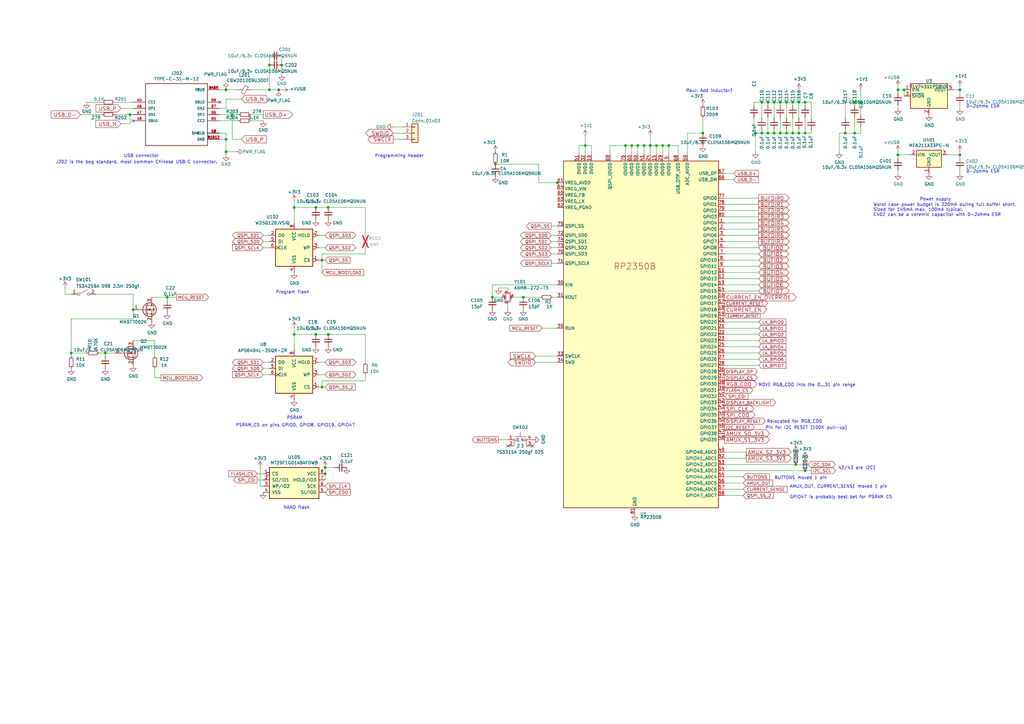
<source format=kicad_sch>
(kicad_sch (version 20231120) (generator "eeschema") (generator_version "8.0")
  (paper "A3")
  (junction (at 132.08 106.68))
  (junction (at 353.06 41.91))
  (junction (at 259.08 59.69))
  (junction (at 325.12 41.91))
  (junction (at 133.35 191.77))
  (junction (at 29.21 144.78))
  (junction (at 309.88 54.61))
  (junction (at 203.2 67.31))
  (junction (at 129.54 137.16))
  (junction (at 240.03 59.69))
  (junction (at 201.93 121.92))
  (junction (at 327.66 54.61))
  (junction (at 129.54 85.09))
  (junction (at 261.62 59.69))
  (junction (at 312.42 54.61))
  (junction (at 132.08 158.75))
  (junction (at 214.63 121.92))
  (junction (at 134.62 85.09))
  (junction (at 368.3 36.83))
  (junction (at 115.57 26.67))
  (junction (at 256.54 59.69))
  (junction (at 228.6 74.93))
  (junction (at 314.96 54.61))
  (junction (at 43.18 144.78))
  (junction (at 120.65 137.16))
  (junction (at 327.66 41.91))
  (junction (at 325.12 54.61))
  (junction (at 326.39 190.5))
  (junction (at 330.2 41.91))
  (junction (at 110.49 26.67))
  (junction (at 370.84 36.83))
  (junction (at 393.7 36.83))
  (junction (at 95.25 46.99))
  (junction (at 134.62 137.16))
  (junction (at 346.71 54.61))
  (junction (at 330.2 54.61))
  (junction (at 330.2 193.04))
  (junction (at 110.49 36.83))
  (junction (at 368.3 63.5))
  (junction (at 322.58 54.61))
  (junction (at 266.7 59.69))
  (junction (at 68.58 121.92))
  (junction (at 320.04 54.61))
  (junction (at 288.29 54.61))
  (junction (at 54.61 127))
  (junction (at 114.3 36.83))
  (junction (at 120.65 85.09))
  (junction (at 312.42 41.91))
  (junction (at 317.5 54.61))
  (junction (at 264.16 59.69))
  (junction (at 53.34 46.99))
  (junction (at 322.58 41.91))
  (junction (at 393.7 63.5))
  (junction (at 350.52 54.61))
  (junction (at 350.52 41.91))
  (junction (at 92.71 36.83))
  (junction (at 274.32 59.69))
  (junction (at 133.35 194.31))
  (junction (at 271.78 59.69))
  (junction (at 320.04 41.91))
  (junction (at 92.71 57.15))
  (junction (at 317.5 41.91))
  (junction (at 92.71 62.23))
  (junction (at 269.24 59.69))
  (junction (at 314.96 41.91))
  (no_connect (at 90.17 41.91))
  (no_connect (at 54.61 49.53))
  (no_connect (at 208.28 182.88))
  (no_connect (at 218.44 182.88))
  (wire (pts (xy 297.18 99.06) (xy 311.15 99.06)))
  (wire (pts (xy 271.78 59.69) (xy 274.32 59.69)))
  (wire (pts (xy 317.5 54.61) (xy 314.96 54.61)))
  (wire (pts (xy 29.21 146.05) (xy 29.21 144.78)))
  (wire (pts (xy 29.21 144.78) (xy 35.56 144.78)))
  (wire (pts (xy 228.6 99.06) (xy 226.06 99.06)))
  (wire (pts (xy 95.25 57.15) (xy 99.06 57.15)))
  (wire (pts (xy 40.64 144.78) (xy 43.18 144.78)))
  (wire (pts (xy 332.74 41.91) (xy 330.2 41.91)))
  (wire (pts (xy 29.21 120.65) (xy 26.67 120.65)))
  (wire (pts (xy 228.6 104.14) (xy 226.06 104.14)))
  (wire (pts (xy 281.94 54.61) (xy 281.94 63.5)))
  (wire (pts (xy 266.7 59.69) (xy 266.7 63.5)))
  (wire (pts (xy 219.71 148.59) (xy 228.6 148.59)))
  (wire (pts (xy 68.58 123.19) (xy 68.58 121.92)))
  (wire (pts (xy 161.29 57.15) (xy 165.1 57.15)))
  (wire (pts (xy 317.5 48.26) (xy 317.5 41.91)))
  (wire (pts (xy 90.17 57.15) (xy 92.71 57.15)))
  (wire (pts (xy 149.86 85.09) (xy 134.62 85.09)))
  (wire (pts (xy 309.245 54.61) (xy 309.88 54.61)))
  (wire (pts (xy 393.7 36.83) (xy 393.7 38.1)))
  (wire (pts (xy 102.87 49.53) (xy 107.95 49.53)))
  (wire (pts (xy 312.42 54.61) (xy 309.88 54.61)))
  (wire (pts (xy 92.71 62.23) (xy 92.71 63.5)))
  (wire (pts (xy 115.57 26.67) (xy 115.57 30.48)))
  (wire (pts (xy 149.86 104.14) (xy 149.86 101.6)))
  (wire (pts (xy 54.61 130.81) (xy 54.61 127)))
  (wire (pts (xy 228.6 146.05) (xy 219.71 146.05)))
  (wire (pts (xy 393.7 35.56) (xy 393.7 36.83)))
  (wire (pts (xy 54.61 41.91) (xy 46.99 41.91)))
  (wire (pts (xy 132.08 106.68) (xy 130.81 106.68)))
  (wire (pts (xy 370.84 36.83) (xy 370.84 39.37)))
  (wire (pts (xy 306.07 187.96) (xy 297.18 187.96)))
  (wire (pts (xy 297.18 119.38) (xy 311.15 119.38)))
  (wire (pts (xy 327.66 54.61) (xy 330.2 54.61)))
  (wire (pts (xy 120.65 85.09) (xy 120.65 82.55)))
  (wire (pts (xy 92.71 54.61) (xy 92.71 57.15)))
  (wire (pts (xy 110.49 151.13) (xy 107.95 151.13)))
  (wire (pts (xy 221.615 121.92) (xy 214.63 121.92)))
  (wire (pts (xy 26.67 120.65) (xy 26.67 118.11)))
  (wire (pts (xy 120.65 143.51) (xy 120.65 137.16)))
  (wire (pts (xy 309.245 41.91) (xy 309.245 43.18)))
  (wire (pts (xy 54.61 44.45) (xy 49.53 44.45)))
  (wire (pts (xy 297.18 195.58) (xy 304.8 195.58)))
  (wire (pts (xy 311.15 81.28) (xy 297.18 81.28)))
  (wire (pts (xy 368.3 43.18) (xy 368.3 44.45)))
  (wire (pts (xy 204.47 180.34) (xy 208.28 180.34)))
  (wire (pts (xy 269.24 59.69) (xy 271.78 59.69)))
  (wire (pts (xy 99.06 40.64) (xy 92.71 40.64)))
  (wire (pts (xy 393.7 63.5) (xy 393.7 64.77)))
  (wire (pts (xy 312.42 41.91) (xy 309.245 41.91)))
  (wire (pts (xy 133.35 106.68) (xy 132.08 106.68)))
  (wire (pts (xy 29.21 130.81) (xy 54.61 130.81)))
  (wire (pts (xy 133.35 194.31) (xy 133.35 196.85)))
  (wire (pts (xy 320.04 48.26) (xy 320.04 54.61)))
  (wire (pts (xy 203.2 67.31) (xy 220.98 67.31)))
  (wire (pts (xy 240.03 55.88) (xy 240.03 59.69)))
  (wire (pts (xy 297.18 88.9) (xy 311.15 88.9)))
  (wire (pts (xy 330.2 48.26) (xy 330.2 54.61)))
  (wire (pts (xy 269.24 59.69) (xy 269.24 63.5)))
  (wire (pts (xy 133.35 148.59) (xy 130.81 148.59)))
  (wire (pts (xy 368.3 62.23) (xy 368.3 63.5)))
  (wire (pts (xy 311.15 147.32) (xy 297.18 147.32)))
  (wire (pts (xy 129.54 85.09) (xy 120.65 85.09)))
  (wire (pts (xy 325.12 43.18) (xy 325.12 41.91)))
  (wire (pts (xy 110.49 99.06) (xy 107.95 99.06)))
  (wire (pts (xy 96.52 62.23) (xy 92.71 62.23)))
  (wire (pts (xy 228.6 74.93) (xy 228.6 77.47)))
  (wire (pts (xy 297.18 198.12) (xy 304.8 198.12)))
  (wire (pts (xy 41.91 41.91) (xy 35.56 41.91)))
  (wire (pts (xy 43.18 144.78) (xy 43.18 146.05)))
  (wire (pts (xy 29.21 144.78) (xy 29.21 130.81)))
  (wire (pts (xy 353.06 36.83) (xy 353.06 41.91)))
  (wire (pts (xy 110.49 153.67) (xy 107.95 153.67)))
  (wire (pts (xy 297.18 83.82) (xy 311.15 83.82)))
  (wire (pts (xy 205.74 121.92) (xy 201.93 121.92)))
  (wire (pts (xy 325.12 41.91) (xy 322.58 41.91)))
  (wire (pts (xy 288.29 48.26) (xy 288.29 54.61)))
  (wire (pts (xy 320.04 54.61) (xy 317.5 54.61)))
  (wire (pts (xy 39.37 120.65) (xy 54.61 120.65)))
  (wire (pts (xy 311.15 144.78) (xy 297.18 144.78)))
  (wire (pts (xy 327.66 41.91) (xy 327.66 36.83)))
  (wire (pts (xy 228.6 101.6) (xy 226.06 101.6)))
  (wire (pts (xy 107.95 199.39) (xy 106.68 199.39)))
  (wire (pts (xy 393.7 62.23) (xy 393.7 63.5)))
  (wire (pts (xy 300.99 71.12) (xy 297.18 71.12)))
  (wire (pts (xy 330.2 43.18) (xy 330.2 41.91)))
  (wire (pts (xy 346.71 41.91) (xy 350.52 41.91)))
  (wire (pts (xy 278.13 59.69) (xy 278.13 63.5)))
  (wire (pts (xy 161.29 54.61) (xy 165.1 54.61)))
  (wire (pts (xy 92.71 44.45) (xy 90.17 44.45)))
  (wire (pts (xy 132.08 156.21) (xy 149.86 156.21)))
  (wire (pts (xy 297.18 116.84) (xy 311.15 116.84)))
  (wire (pts (xy 92.71 40.64) (xy 92.71 44.45)))
  (wire (pts (xy 311.15 142.24) (xy 297.18 142.24)))
  (wire (pts (xy 266.7 59.69) (xy 269.24 59.69)))
  (wire (pts (xy 312.42 53.34) (xy 312.42 54.61)))
  (wire (pts (xy 132.08 158.75) (xy 132.08 156.21)))
  (wire (pts (xy 92.71 36.83) (xy 97.79 36.83)))
  (wire (pts (xy 228.6 116.84) (xy 201.93 116.84)))
  (wire (pts (xy 133.35 191.77) (xy 133.35 194.31)))
  (wire (pts (xy 120.65 91.44) (xy 120.65 85.09)))
  (wire (pts (xy 115.57 22.86) (xy 115.57 26.67)))
  (wire (pts (xy 314.96 54.61) (xy 312.42 54.61)))
  (wire (pts (xy 300.99 73.66) (xy 297.18 73.66)))
  (wire (pts (xy 129.54 137.16) (xy 120.65 137.16)))
  (wire (pts (xy 132.08 106.68) (xy 132.08 104.14)))
  (wire (pts (xy 110.49 36.83) (xy 114.3 36.83)))
  (wire (pts (xy 311.15 149.86) (xy 297.18 149.86)))
  (wire (pts (xy 320.04 41.91) (xy 317.5 41.91)))
  (wire (pts (xy 90.17 54.61) (xy 92.71 54.61)))
  (wire (pts (xy 314.96 41.91) (xy 312.42 41.91)))
  (wire (pts (xy 110.49 26.67) (xy 110.49 36.83)))
  (wire (pts (xy 391.16 36.83) (xy 393.7 36.83)))
  (wire (pts (xy 149.86 96.52) (xy 149.86 85.09)))
  (wire (pts (xy 353.06 41.91) (xy 353.06 46.99)))
  (wire (pts (xy 332.74 48.26) (xy 332.74 41.91)))
  (wire (pts (xy 54.61 120.65) (xy 54.61 127)))
  (wire (pts (xy 346.71 48.26) (xy 346.71 41.91)))
  (wire (pts (xy 311.15 96.52) (xy 297.18 96.52)))
  (wire (pts (xy 228.6 74.93) (xy 220.98 74.93)))
  (wire (pts (xy 149.86 137.16) (xy 134.62 137.16)))
  (wire (pts (xy 97.79 46.99) (xy 95.25 46.99)))
  (wire (pts (xy 133.35 153.67) (xy 130.81 153.67)))
  (wire (pts (xy 228.6 92.71) (xy 226.06 92.71)))
  (wire (pts (xy 110.49 22.86) (xy 110.49 26.67)))
  (wire (pts (xy 330.2 41.91) (xy 327.66 41.91)))
  (wire (pts (xy 297.18 114.3) (xy 311.15 114.3)))
  (wire (pts (xy 350.52 54.61) (xy 353.06 54.61)))
  (wire (pts (xy 62.23 121.92) (xy 68.58 121.92)))
  (wire (pts (xy 314.96 48.26) (xy 314.96 54.61)))
  (wire (pts (xy 312.42 48.26) (xy 312.42 41.91)))
  (wire (pts (xy 322.58 53.34) (xy 322.58 54.61)))
  (wire (pts (xy 137.16 191.77) (xy 133.35 191.77)))
  (wire (pts (xy 368.3 38.1) (xy 368.3 36.83)))
  (wire (pts (xy 368.3 69.85) (xy 368.3 71.12)))
  (wire (pts (xy 68.58 121.92) (xy 72.39 121.92)))
  (wire (pts (xy 161.29 52.07) (xy 165.1 52.07)))
  (wire (pts (xy 327.66 53.34) (xy 327.66 54.61)))
  (wire (pts (xy 297.18 111.76) (xy 311.15 111.76)))
  (wire (pts (xy 102.87 36.83) (xy 110.49 36.83)))
  (wire (pts (xy 311.15 132.08) (xy 297.18 132.08)))
  (wire (pts (xy 220.98 74.93) (xy 220.98 67.31)))
  (wire (pts (xy 317.5 41.91) (xy 314.96 41.91)))
  (wire (pts (xy 331.47 190.5) (xy 326.39 190.5)))
  (wire (pts (xy 250.19 59.69) (xy 256.54 59.69)))
  (wire (pts (xy 297.18 185.42) (xy 306.07 185.42)))
  (wire (pts (xy 54.61 46.99) (xy 53.34 46.99)))
  (wire (pts (xy 304.8 200.66) (xy 297.18 200.66)))
  (wire (pts (xy 250.19 63.5) (xy 250.19 59.69)))
  (wire (pts (xy 327.66 54.61) (xy 325.12 54.61)))
  (wire (pts (xy 266.7 55.88) (xy 266.7 59.69)))
  (wire (pts (xy 132.08 104.14) (xy 149.86 104.14)))
  (wire (pts (xy 311.15 134.62) (xy 297.18 134.62)))
  (wire (pts (xy 222.25 134.62) (xy 228.6 134.62)))
  (wire (pts (xy 311.15 86.36) (xy 297.18 86.36)))
  (wire (pts (xy 110.49 96.52) (xy 107.95 96.52)))
  (wire (pts (xy 102.87 46.99) (xy 107.95 46.99)))
  (wire (pts (xy 314.96 43.18) (xy 314.96 41.91)))
  (wire (pts (xy 281.94 54.61) (xy 288.29 54.61)))
  (wire (pts (xy 311.15 137.16) (xy 297.18 137.16)))
  (wire (pts (xy 325.12 54.61) (xy 322.58 54.61)))
  (wire (pts (xy 264.16 59.69) (xy 264.16 63.5)))
  (wire (pts (xy 90.17 46.99) (xy 95.25 46.99)))
  (wire (pts (xy 297.18 104.14) (xy 311.15 104.14)))
  (wire (pts (xy 242.57 59.69) (xy 242.57 63.5)))
  (wire (pts (xy 370.84 36.83) (xy 368.3 36.83)))
  (wire (pts (xy 228.6 96.52) (xy 226.06 96.52)))
  (wire (pts (xy 350.52 48.26) (xy 350.52 54.61)))
  (wire (pts (xy 344.17 54.61) (xy 344.17 62.23)))
  (wire (pts (xy 63.5 154.94) (xy 66.04 154.94)))
  (wire (pts (xy 134.62 85.09) (xy 129.54 85.09)))
  (wire (pts (xy 53.34 50.8) (xy 53.34 46.99)))
  (wire (pts (xy 53.34 46.99) (xy 46.99 46.99)))
  (wire (pts (xy 107.95 194.31) (xy 105.41 194.31)))
  (wire (pts (xy 240.03 59.69) (xy 242.57 59.69)))
  (wire (pts (xy 110.49 148.59) (xy 107.95 148.59)))
  (wire (pts (xy 297.18 193.04) (xy 330.2 193.04)))
  (wire (pts (xy 311.15 139.7) (xy 297.18 139.7)))
  (wire (pts (xy 322.58 54.61) (xy 320.04 54.61)))
  (wire (pts (xy 325.12 48.26) (xy 325.12 54.61)))
  (wire (pts (xy 311.15 101.6) (xy 297.18 101.6)))
  (wire (pts (xy 228.6 107.95) (xy 226.06 107.95)))
  (wire (pts (xy 317.5 53.34) (xy 317.5 54.61)))
  (wire (pts (xy 327.66 48.26) (xy 327.66 41.91)))
  (wire (pts (xy 330.2 193.04) (xy 332.74 193.04)))
  (wire (pts (xy 208.28 124.46) (xy 208.28 127)))
  (wire (pts (xy 350.52 41.91) (xy 350.52 43.18)))
  (wire (pts (xy 309.245 48.26) (xy 309.245 54.61)))
  (wire (pts (xy 41.91 46.99) (xy 33.02 46.99)))
  (wire (pts (xy 149.86 156.21) (xy 149.86 153.67)))
  (wire (pts (xy 149.86 148.59) (xy 149.86 137.16)))
  (wire (pts (xy 133.35 158.75) (xy 132.08 158.75)))
  (wire (pts (xy 261.62 59.69) (xy 264.16 59.69)))
  (wire (pts (xy 261.62 59.69) (xy 261.62 63.5)))
  (wire (pts (xy 368.3 64.77) (xy 368.3 63.5)))
  (wire (pts (xy 105.41 196.85) (xy 107.95 196.85)))
  (wire (pts (xy 346.71 53.34) (xy 346.71 54.61)))
  (wire (pts (xy 332.74 54.61) (xy 332.74 53.34)))
  (wire (pts (xy 322.58 41.91) (xy 320.04 41.91)))
  (wire (pts (xy 208.28 118.11) (xy 208.28 119.38)))
  (wire (pts (xy 43.18 144.78) (xy 46.99 144.78)))
  (wire (pts (xy 95.25 46.99) (xy 95.25 57.15)))
  (wire (pts (xy 322.58 48.26) (xy 322.58 41.91)))
  (wire (pts (xy 90.17 36.83) (xy 92.71 36.83)))
  (wire (pts (xy 271.78 63.5) (xy 271.78 59.69)))
  (wire (pts (xy 256.54 59.69) (xy 256.54 63.5)))
  (wire (pts (xy 311.15 91.44) (xy 297.18 91.44)))
  (wire (pts (xy 259.08 59.69) (xy 261.62 59.69)))
  (wire (pts (xy 133.35 96.52) (xy 130.81 96.52)))
  (wire (pts (xy 90.17 49.53) (xy 97.79 49.53)))
  (wire (pts (xy 368.3 35.56) (xy 368.3 36.83)))
  (wire (pts (xy 63.5 146.05) (xy 63.5 139.7)))
  (wire (pts (xy 297.18 93.98) (xy 311.15 93.98)))
  (wire (pts (xy 274.32 59.69) (xy 274.32 63.5)))
  (wire (pts (xy 325.12 41.91) (xy 327.66 41.91)))
  (wire (pts (xy 201.93 116.84) (xy 201.93 121.92)))
  (wire (pts (xy 240.03 59.69) (xy 237.49 59.69)))
  (wire (pts (xy 353.06 52.07) (xy 353.06 54.61)))
  (wire (pts (xy 259.08 59.69) (xy 259.08 63.5)))
  (wire (pts (xy 120.65 137.16) (xy 120.65 134.62)))
  (wire (pts (xy 274.32 59.69) (xy 278.13 59.69)))
  (wire (pts (xy 346.71 54.61) (xy 350.52 54.61)))
  (wire (pts (xy 330.2 54.61) (xy 332.74 54.61)))
  (wire (pts (xy 133.35 101.6) (xy 130.81 101.6)))
  (wire (pts (xy 63.5 139.7) (xy 54.61 139.7)))
  (wire (pts (xy 132.08 106.68) (xy 132.08 111.76)))
  (wire (pts (xy 228.6 121.92) (xy 226.695 121.92)))
  (wire (pts (xy 204.47 118.11) (xy 208.28 118.11)))
  (wire (pts (xy 344.17 54.61) (xy 346.71 54.61)))
  (wire (pts (xy 92.71 57.15) (xy 92.71 62.23)))
  (wire (pts (xy 320.04 43.18) (xy 320.04 41.91)))
  (wire (pts (xy 114.3 36.83) (xy 115.57 36.83)))
  (wire (pts (xy 237.49 59.69) (xy 237.49 63.5)))
  (wire (pts (xy 393.7 43.18) (xy 393.7 44.45)))
  (wire (pts (xy 264.16 59.69) (xy 266.7 59.69)))
  (wire (pts (xy 210.82 121.92) (xy 214.63 121.92)))
  (wire (pts (xy 256.54 59.69) (xy 259.08 59.69)))
  (wire (pts (xy 304.8 203.2) (xy 297.18 203.2)))
  (wire (pts (xy 110.49 101.6) (xy 107.95 101.6)))
  (wire (pts (xy 311.15 106.68) (xy 297.18 106.68)))
  (wire (pts (xy 353.06 41.91) (xy 350.52 41.91)))
  (wire (pts (xy 388.62 63.5) (xy 393.7 63.5)))
  (wire (pts (xy 132.08 158.75) (xy 130.81 158.75)))
  (wire (pts (xy 393.7 69.85) (xy 393.7 71.12)))
  (wire (pts (xy 63.5 151.13) (xy 63.5 154.94)))
  (wire (pts (xy 49.53 50.8) (xy 53.34 50.8)))
  (wire (pts (xy 106.68 199.39) (xy 106.68 191.77)))
  (wire (pts (xy 326.39 190.5) (xy 297.18 190.5)))
  (wire (pts (xy 373.38 63.5) (xy 368.3 63.5)))
  (wire (pts (xy 297.18 109.22) (xy 311.15 109.22)))
  (wire (pts (xy 240.03 59.69) (xy 240.03 63.5)))
  (wire (pts (xy 134.62 137.16) (xy 129.54 137.16)))
  (wire (pts (xy 309.88 54.61) (xy 309.88 62.23)))
  (text "42/43 are I2C1" (at 351.536 192.024 0) (effects (font (size 1.27 1.27))))
  (text "PSRAM\n" (at 117.602 172.212 0) (effects (font (size 1.27 1.27)) (justify left bottom)))
  (text "GPIO47 is probably best bet for PSRAM CS\n" (at 344.932 203.962 0) (effects (font (size 1.27 1.27))))
  (text "USB connector" (at 50.8 64.77 0) (effects (font (size 1.27 1.27)) (justify left bottom)))
  (text "NAND flash\n" (at 121.666 208.28 0) (effects (font (size 1.27 1.27))))
  (text "Pin for I2C RESET (100K pull-up)\n" (at 330.708 175.514 0) (effects (font (size 1.27 1.27))))
  (text "Power supply" (at 377.19 82.55 0) (effects (font (size 1.27 1.27)) (justify left bottom)))
  (text "AMUX_OUT, CURRENT_SENSE moved 1 pin" (at 343.916 199.644 0) (effects (font (size 1.27 1.27))))
  (text "MOVE RGB_CDO into the 0...31 pin range\n" (at 330.962 157.988 0) (effects (font (size 1.27 1.27))))
  (text "J202 is the bog standard, most common Chinese USB C connector." (at 22.86 67.31 0) (effects (font (size 1.27 1.27)) (justify left bottom)))
  (text "Program flash" (at 113.03 120.65 0) (effects (font (size 1.27 1.27)) (justify left bottom)))
  (text "Relocated for RGB_CDO" (at 325.882 172.974 0) (effects (font (size 1.27 1.27))))
  (text "Worst case power budget is 220mA during full buffer short.\nSized for 145mA max, 100mA typical.\nC402 can be a ceremic capacitor with 0-2ohms ESR" (at 358.14 88.9 0) (effects (font (size 1.27 1.27)) (justify left bottom)))
  (text "Paul: Add inductor?" (at 281.305 38.1 0) (effects (font (size 1.27 1.27)) (justify left bottom)))
  (text "PSRAM_CS on pins GPIO0, GPIO8, GPIO19, GPIO47" (at 121.158 174.498 0) (effects (font (size 1.27 1.27))))
  (text "Programming header" (at 153.67 64.77 0) (effects (font (size 1.27 1.27)) (justify left bottom)))
  (text "0-2ohms ESR\n" (at 396.24 71.12 0) (effects (font (size 1.27 1.27)) (justify left bottom)))
  (text "0-2ohms ESR\n" (at 396.24 44.45 0) (effects (font (size 1.27 1.27)) (justify left bottom)))
  (text "BUTTONS moved 1 pin\n" (at 328.422 196.088 0) (effects (font (size 1.27 1.27))))
  (global_label "BUFIO3" (shape bidirectional) (at 311.15 109.22 0) (effects (font (size 1.524 1.524))) (property "Intersheetrefs" "${INTERSHEET_REFS}" (effects (hide yes))))
  (global_label "BUFDIR3" (shape output) (at 311.15 88.9 0) (effects (font (size 1.524 1.524))) (property "Intersheetrefs" "${INTERSHEET_REFS}" (effects (hide yes))))
  (global_label "DISPLAY_RESET" (shape output) (at 297.18 172.72 0) (property "Intersheetrefs" "${INTERSHEET_REFS}" (effects (hide yes))))
  (global_label "BUFIO1" (shape bidirectional) (at 311.15 104.14 0) (effects (font (size 1.524 1.524))) (property "Intersheetrefs" "${INTERSHEET_REFS}" (effects (hide yes))))
  (global_label "LA_BPIO4" (shape input) (at 311.15 142.24 0) (property "Intersheetrefs" "${INTERSHEET_REFS}" (effects (hide yes))))
  (global_label "QSPI_SD3" (shape bidirectional) (at 226.06 104.14 180) (property "Intersheetrefs" "${INTERSHEET_REFS}" (effects (hide yes))))
  (global_label "SWDIO" (shape bidirectional) (at 219.71 148.59 180) (effects (font (size 1.524 1.524))) (property "Intersheetrefs" "${INTERSHEET_REFS}" (effects (hide yes))))
  (global_label "QSPI_SCLK" (shape input) (at 107.95 101.6 180) (property "Intersheetrefs" "${INTERSHEET_REFS}" (effects (hide yes))))
  (global_label "SPI_CDO" (shape input) (at 133.35 201.93 0) (property "Intersheetrefs" "${INTERSHEET_REFS}" (effects (hide yes))))
  (global_label "QSPI_SS" (shape input) (at 133.35 106.68 0) (property "Intersheetrefs" "${INTERSHEET_REFS}" (effects (hide yes))))
  (global_label "AMUX_S1_3V3" (shape output) (at 297.18 180.34 0) (effects (font (size 1.524 1.524))) (property "Intersheetrefs" "${INTERSHEET_REFS}" (effects (hide yes))))
  (global_label "SPI_CDI" (shape output) (at 105.41 196.85 180) (property "Intersheetrefs" "${INTERSHEET_REFS}" (effects (hide yes))))
  (global_label "FLASH_CS" (shape input) (at 105.41 194.31 180) (property "Intersheetrefs" "${INTERSHEET_REFS}" (effects (hide yes))))
  (global_label "RGB_CDO" (shape output) (at 297.18 157.48 0) (effects (font (size 1.524 1.524))) (property "Intersheetrefs" "${INTERSHEET_REFS}" (effects (hide yes))))
  (global_label "I2C_SDA" (shape bidirectional) (at 331.47 190.5 0) (property "Intersheetrefs" "${INTERSHEET_REFS}" (effects (hide yes))))
  (global_label "AMUX_S0_3V3" (shape output) (at 297.18 177.8 0) (effects (font (size 1.524 1.524))) (property "Intersheetrefs" "${INTERSHEET_REFS}" (effects (hide yes))))
  (global_label "MCU_RESET" (shape input) (at 222.25 134.62 180) (property "Intersheetrefs" "${INTERSHEET_REFS}" (effects (hide yes))))
  (global_label "USB_N" (shape input) (at 49.53 50.8 180) (effects (font (size 1.524 1.524))) (property "Intersheetrefs" "${INTERSHEET_REFS}" (effects (hide yes))))
  (global_label "USB_P" (shape input) (at 49.53 44.45 180) (effects (font (size 1.524 1.524))) (property "Intersheetrefs" "${INTERSHEET_REFS}" (effects (hide yes))))
  (global_label "LA_BPIO6" (shape input) (at 311.15 147.32 0) (property "Intersheetrefs" "${INTERSHEET_REFS}" (effects (hide yes))))
  (global_label "SWCLK" (shape output) (at 161.29 57.15 180) (effects (font (size 1.524 1.524))) (property "Intersheetrefs" "${INTERSHEET_REFS}" (effects (hide yes))))
  (global_label "CURRENT_DETECT" (shape input) (at 297.18 129.54 0) (effects (font (size 0.9906 0.9906))) (property "Intersheetrefs" "${INTERSHEET_REFS}" (effects (hide yes))))
  (global_label "QSPI_SD1" (shape bidirectional) (at 107.95 148.59 180) (property "Intersheetrefs" "${INTERSHEET_REFS}" (effects (hide yes))))
  (global_label "CURRENT_EN" (shape output) (at 297.18 127 0) (effects (font (size 1.524 1.524))) (property "Intersheetrefs" "${INTERSHEET_REFS}" (effects (hide yes))))
  (global_label "CURRENT_SENSE" (shape input) (at 304.8 200.66 0) (property "Intersheetrefs" "${INTERSHEET_REFS}" (effects (hide yes))))
  (global_label "QSPI_SS_2" (shape input) (at 133.35 158.75 0) (property "Intersheetrefs" "${INTERSHEET_REFS}" (effects (hide yes))))
  (global_label "QSPI_SCLK" (shape output) (at 226.06 107.95 180) (property "Intersheetrefs" "${INTERSHEET_REFS}" (effects (hide yes))))
  (global_label "DISPLAY_BACKLIGHT" (shape output) (at 297.18 165.1 0) (property "Intersheetrefs" "${INTERSHEET_REFS}" (effects (hide yes))))
  (global_label "BUTTONS" (shape input) (at 304.8 195.58 0) (property "Intersheetrefs" "${INTERSHEET_REFS}" (effects (hide yes))))
  (global_label "CURRENT_EN_OVERRIDE" (shape output) (at 297.18 121.92 0) (effects (font (size 1.524 1.524))) (property "Intersheetrefs" "${INTERSHEET_REFS}" (effects (hide yes))))
  (global_label "I2C_SCL" (shape output) (at 332.74 193.04 0) (property "Intersheetrefs" "${INTERSHEET_REFS}" (effects (hide yes))))
  (global_label "BUFDIR1" (shape output) (at 311.15 83.82 0) (effects (font (size 1.524 1.524))) (property "Intersheetrefs" "${INTERSHEET_REFS}" (effects (hide yes))))
  (global_label "BUFIO7" (shape bidirectional) (at 311.15 119.38 0) (effects (font (size 1.524 1.524))) (property "Intersheetrefs" "${INTERSHEET_REFS}" (effects (hide yes))))
  (global_label "LA_BPIO3" (shape input) (at 311.15 139.7 0) (property "Intersheetrefs" "${INTERSHEET_REFS}" (effects (hide yes))))
  (global_label "LA_BPIO2" (shape input) (at 311.15 137.16 0) (property "Intersheetrefs" "${INTERSHEET_REFS}" (effects (hide yes))))
  (global_label "QSPI_SD2" (shape bidirectional) (at 133.35 153.67 0) (property "Intersheetrefs" "${INTERSHEET_REFS}" (effects (hide yes))))
  (global_label "CURRENT_RESET" (shape output) (at 297.18 124.46 0) (property "Intersheetrefs" "${INTERSHEET_REFS}" (effects (hide yes))))
  (global_label "QSPI_SD3" (shape bidirectional) (at 133.35 148.59 0) (property "Intersheetrefs" "${INTERSHEET_REFS}" (effects (hide yes))))
  (global_label "AMUX_OUT" (shape input) (at 304.8 198.12 0) (property "Intersheetrefs" "${INTERSHEET_REFS}" (effects (hide yes))))
  (global_label "QSPI_SD2" (shape bidirectional) (at 133.35 101.6 0) (property "Intersheetrefs" "${INTERSHEET_REFS}" (effects (hide yes))))
  (global_label "BUFDIR0" (shape output) (at 311.15 81.28 0) (effects (font (size 1.524 1.524))) (property "Intersheetrefs" "${INTERSHEET_REFS}" (effects (hide yes))))
  (global_label "SPI_CLK" (shape output) (at 297.18 167.64 0) (effects (font (size 1.524 1.524))) (property "Intersheetrefs" "${INTERSHEET_REFS}" (effects (hide yes))))
  (global_label "MCU_RESET" (shape output) (at 72.39 121.92 0) (property "Intersheetrefs" "${INTERSHEET_REFS}" (effects (hide yes))))
  (global_label "BUFIO6" (shape bidirectional) (at 311.15 116.84 0) (effects (font (size 1.524 1.524))) (property "Intersheetrefs" "${INTERSHEET_REFS}" (effects (hide yes))))
  (global_label "BUTTONS" (shape output) (at 204.47 180.34 180) (property "Intersheetrefs" "${INTERSHEET_REFS}" (effects (hide yes))))
  (global_label "QSPI_SS" (shape output) (at 226.06 92.71 180) (property "Intersheetrefs" "${INTERSHEET_REFS}" (effects (hide yes))))
  (global_label "SPI_CDI" (shape input) (at 297.18 162.56 0) (property "Intersheetrefs" "${INTERSHEET_REFS}" (effects (hide yes))))
  (global_label "SWCLK" (shape input) (at 219.71 146.05 180) (effects (font (size 1.524 1.524))) (property "Intersheetrefs" "${INTERSHEET_REFS}" (effects (hide yes))))
  (global_label "QSPI_SD1" (shape bidirectional) (at 107.95 96.52 180) (property "Intersheetrefs" "${INTERSHEET_REFS}" (effects (hide yes))))
  (global_label "LA_BPIO1" (shape input) (at 311.15 134.62 0) (property "Intersheetrefs" "${INTERSHEET_REFS}" (effects (hide yes))))
  (global_label "QSPI_SD0" (shape bidirectional) (at 107.95 151.13 180) (property "Intersheetrefs" "${INTERSHEET_REFS}" (effects (hide yes))))
  (global_label "DISPLAY_CS" (shape output) (at 297.18 154.94 0) (property "Intersheetrefs" "${INTERSHEET_REFS}" (effects (hide yes))))
  (global_label "USB_D-" (shape input) (at 33.02 46.99 180) (effects (font (size 1.524 1.524))) (property "Intersheetrefs" "${INTERSHEET_REFS}" (effects (hide yes))))
  (global_label "QSPI_SD2" (shape bidirectional) (at 226.06 101.6 180) (property "Intersheetrefs" "${INTERSHEET_REFS}" (effects (hide yes))))
  (global_label "LA_BPIO0" (shape input) (at 311.15 132.08 0) (property "Intersheetrefs" "${INTERSHEET_REFS}" (effects (hide yes))))
  (global_label "USB_D+" (shape input) (at 300.99 71.12 0) (property "Intersheetrefs" "${INTERSHEET_REFS}" (effects (hide yes))))
  (global_label "BUFDIR2" (shape output) (at 311.15 86.36 0) (effects (font (size 1.524 1.524))) (property "Intersheetrefs" "${INTERSHEET_REFS}" (effects (hide yes))))
  (global_label "SPI_CLK" (shape input) (at 133.35 199.39 0) (property "Intersheetrefs" "${INTERSHEET_REFS}" (effects (hide yes))))
  (global_label "DISPLAY_DP" (shape output) (at 297.18 152.4 0) (property "Intersheetrefs" "${INTERSHEET_REFS}" (effects (hide yes))))
  (global_label "QSPI_SD1" (shape bidirectional) (at 226.06 99.06 180) (property "Intersheetrefs" "${INTERSHEET_REFS}" (effects (hide yes))))
  (global_label "LA_BPIO7" (shape input) (at 311.15 149.86 0) (property "Intersheetrefs" "${INTERSHEET_REFS}" (effects (hide yes))))
  (global_label "BUFDIR6" (shape output) (at 311.15 96.52 0) (effects (font (size 1.524 1.524))) (property "Intersheetrefs" "${INTERSHEET_REFS}" (effects (hide yes))))
  (global_label "I2C_RESET" (shape output) (at 297.18 175.26 0) (property "Intersheetrefs" "${INTERSHEET_REFS}" (effects (hide yes))))
  (global_label "QSPI_SD0" (shape bidirectional) (at 226.06 96.52 180) (property "Intersheetrefs" "${INTERSHEET_REFS}" (effects (hide yes))))
  (global_label "MCU_BOOTLOAD" (shape output) (at 66.04 154.94 0) (property "Intersheetrefs" "${INTERSHEET_REFS}" (effects (hide yes))))
  (global_label "USB_P" (shape input) (at 99.06 57.15 0) (effects (font (size 1.524 1.524))) (property "Intersheetrefs" "${INTERSHEET_REFS}" (effects (hide yes))))
  (global_label "QSPI_SS_2" (shape input) (at 304.8 203.2 0) (property "Intersheetrefs" "${INTERSHEET_REFS}" (effects (hide yes))))
  (global_label "MCU_BOOTLOAD" (shape input) (at 132.08 111.76 0) (property "Intersheetrefs" "${INTERSHEET_REFS}" (effects (hide yes))))
  (global_label "USB_N" (shape input) (at 99.06 40.64 0) (effects (font (size 1.524 1.524))) (property "Intersheetrefs" "${INTERSHEET_REFS}" (effects (hide yes))))
  (global_label "QSPI_SCLK" (shape input) (at 107.95 153.67 180) (property "Intersheetrefs" "${INTERSHEET_REFS}" (effects (hide yes))))
  (global_label "BUFIO4" (shape bidirectional) (at 311.15 111.76 0) (effects (font (size 1.524 1.524))) (property "Intersheetrefs" "${INTERSHEET_REFS}" (effects (hide yes))))
  (global_label "QSPI_SD3" (shape bidirectional) (at 133.35 96.52 0) (property "Intersheetrefs" "${INTERSHEET_REFS}" (effects (hide yes))))
  (global_label "LA_BPIO5" (shape input) (at 311.15 144.78 0) (property "Intersheetrefs" "${INTERSHEET_REFS}" (effects (hide yes))))
  (global_label "BUFIO0" (shape bidirectional) (at 311.15 101.6 0) (effects (font (size 1.524 1.524))) (property "Intersheetrefs" "${INTERSHEET_REFS}" (effects (hide yes))))
  (global_label "SWDIO" (shape bidirectional) (at 161.29 54.61 180) (effects (font (size 1.524 1.524))) (property "Intersheetrefs" "${INTERSHEET_REFS}" (effects (hide yes))))
  (global_label "BUFDIR4" (shape output) (at 311.15 91.44 0) (effects (font (size 1.524 1.524))) (property "Intersheetrefs" "${INTERSHEET_REFS}" (effects (hide yes))))
  (global_label "BUFDIR5" (shape output) (at 311.15 93.98 0) (effects (font (size 1.524 1.524))) (property "Intersheetrefs" "${INTERSHEET_REFS}" (effects (hide yes))))
  (global_label "BUFDIR7" (shape output) (at 311.15 99.06 0) (effects (font (size 1.524 1.524))) (property "Intersheetrefs" "${INTERSHEET_REFS}" (effects (hide yes))))
  (global_label "USB_D+" (shape output) (at 107.95 46.99 0) (effects (font (size 1.524 1.524))) (property "Intersheetrefs" "${INTERSHEET_REFS}" (effects (hide yes))))
  (global_label "BUFIO5" (shape bidirectional) (at 311.15 114.3 0) (effects (font (size 1.524 1.524))) (property "Intersheetrefs" "${INTERSHEET_REFS}" (effects (hide yes))))
  (global_label "BUFIO2" (shape bidirectional) (at 311.15 106.68 0) (effects (font (size 1.524 1.524))) (property "Intersheetrefs" "${INTERSHEET_REFS}" (effects (hide yes))))
  (global_label "QSPI_SD0" (shape bidirectional) (at 107.95 99.06 180) (property "Intersheetrefs" "${INTERSHEET_REFS}" (effects (hide yes))))
  (global_label "SPI_CDO" (shape output) (at 297.18 170.18 0) (effects (font (size 1.524 1.524))) (property "Intersheetrefs" "${INTERSHEET_REFS}" (effects (hide yes))))
  (global_label "USB_D-" (shape input) (at 300.99 73.66 0) (property "Intersheetrefs" "${INTERSHEET_REFS}" (effects (hide yes))))
  (global_label "FLASH_CS" (shape output) (at 297.18 160.02 0) (property "Intersheetrefs" "${INTERSHEET_REFS}" (effects (hide yes))))
  (global_label "AMUX_S3_3V3" (shape output) (at 306.07 187.96 0) (effects (font (size 1.524 1.524))) (property "Intersheetrefs" "${INTERSHEET_REFS}" (effects (hide yes))))
  (global_label "AMUX_S2_3V3" (shape output) (at 306.07 185.42 0) (effects (font (size 1.524 1.524))) (property "Intersheetrefs" "${INTERSHEET_REFS}" (effects (hide yes))))
  (symbol (lib_id "Device:C_Small") (at 368.3 67.31 0) (unit 1)
    (property "Reference" "C401" (at 365.76 66.04 0) (effects (justify right)))
    (property "Value" "10uF/6.3v CL05A106MQ5NUN" (at 365.76 68.58 0) (effects (justify right)))
    (property "Footprint" "Capacitor_SMD:C_0402_1005Metric" (effects (hide yes)))
    (property "RMB" "0.037726" (effects (hide yes)))
    (property "Supplier" "https://item.szlcsc.com/1877.html" (effects (hide yes)))
  )
  (symbol (lib_id "Device:C_Small") (at 393.7 67.31 0) (unit 1)
    (property "Reference" "C402" (at 396.0368 66.1416 0) (effects (justify left)))
    (property "Value" "10uF/6.3v CL05A106MQ5NUN" (at 396.0368 68.453 0) (effects (justify left)))
    (property "Footprint" "Capacitor_SMD:C_0402_1005Metric" (effects (hide yes)))
    (property "RMB" "0.043101" (effects (hide yes)))
    (property "Supplier" "https://item.szlcsc.com/108589.html" (effects (hide yes)))
  )
  (symbol (lib_id "power:GND") (at 381 71.12 0) (unit 1)
    (property "Reference" "#PWR0403" (effects (hide yes)))
    (property "Value" "GND" (at 381.127 75.5142 0))
  )
  (symbol (lib_id "power:GND") (at 368.3 71.12 0) (unit 1)
    (property "Reference" "#PWR0402" (effects (hide yes)))
    (property "Value" "GND" (at 368.427 75.5142 0))
  )
  (symbol (lib_id "power:GND") (at 393.7 71.12 0) (unit 1)
    (property "Reference" "#PWR0405" (effects (hide yes)))
    (property "Value" "GND" (at 393.827 75.5142 0))
  )
  (symbol (lib_id "power:+3V3") (at 393.7 62.23 0) (unit 1)
    (property "Reference" "#PWR0404" (effects (hide yes)))
    (property "Value" "+3V3" (at 394.081 57.8358 0))
  )
  (symbol (lib_id "kicad5-device:Ferrite_Bead_Small") (at 100.33 36.83 270) (unit 1)
    (property "Reference" "L201" (at 100.33 30.8102 90))
    (property "Value" "CBW201209U300T" (at 101.6 33.02 90))
    (property "Footprint" "Inductor_SMD:L_0805_2012Metric" (effects (hide yes)))
    (property "RMB" "0.175802	0.175802" (effects (hide yes)))
    (property "Supplier" "https://item.szlcsc.com/263551.html" (effects (hide yes)))
  )
  (symbol (lib_id "power:GND") (at 115.57 30.48 0) (unit 1)
    (property "Reference" "#PWR0205" (effects (hide yes)))
    (property "Value" "GND" (at 115.57 34.29 0))
  )
  (symbol (lib_id "Device:R_Small") (at 44.45 41.91 90) (mirror x) (unit 1)
    (property "Reference" "R201" (at 49.53 40.64 90))
    (property "Value" "5.1K" (at 40.64 40.64 90))
    (property "Footprint" "Resistor_SMD:R_0402_1005Metric" (effects (hide yes)))
    (property "RMB" "0.0065" (effects (hide yes)))
    (property "Supplier" "https://item.szlcsc.com/107087.html" (effects (hide yes)))
  )
  (symbol (lib_id "Device:R_Small") (at 100.33 49.53 270) (unit 1)
    (property "Reference" "R204" (at 95.25 48.26 90))
    (property "Value" "5.1K" (at 104.14 48.26 90))
    (property "Footprint" "Resistor_SMD:R_0402_1005Metric" (effects (hide yes)))
    (property "RMB" "0.0065" (effects (hide yes)))
    (property "Supplier" "https://item.szlcsc.com/107087.html" (effects (hide yes)))
  )
  (symbol (lib_id "power:GND") (at 107.95 49.53 0) (unit 1)
    (property "Reference" "#PWR0204" (effects (hide yes)))
    (property "Value" "GND" (at 107.95 53.34 0))
  )
  (symbol (lib_id "Device:R_Small") (at 44.45 46.99 90) (mirror x) (unit 1)
    (property "Reference" "R202" (at 49.53 48.26 90))
    (property "Value" "27R" (at 39.37 48.26 90))
    (property "Footprint" "Resistor_SMD:R_0402_1005Metric" (effects (hide yes)))
    (property "RMB" "0.006505" (effects (hide yes)))
    (property "Supplier" "https://item.szlcsc.com/116009.html" (effects (hide yes)))
  )
  (symbol (lib_id "power:GND") (at 92.71 63.5 0) (unit 1)
    (property "Reference" "#PWR0203" (effects (hide yes)))
    (property "Value" "GND" (at 92.71 67.31 0))
  )
  (symbol (lib_id "power:GND") (at 161.29 52.07 270) (unit 1)
    (property "Reference" "#PWR0202" (effects (hide yes)))
    (property "Value" "GND" (at 156.21 52.07 90))
  )
  (symbol (lib_id "dp-power:+VUSB") (at 368.3 62.23 0) (unit 1)
    (property "Reference" "#PWR0401" (effects (hide yes)))
    (property "Value" "+VUSB" (at 365.76 58.42 0))
  )
  (symbol (lib_id "dp-power:+VUSB") (at 115.57 36.83 270) (unit 1)
    (property "Reference" "#PWR0206" (effects (hide yes)))
    (property "Value" "+VUSB" (at 118.8212 36.449 90) (effects (justify left)))
  )
  (symbol (lib_id "power:PWR_FLAG") (at 92.71 36.83 0) (unit 1)
    (property "Reference" "#FLG0201" (effects (hide yes)))
    (property "Value" "PWR_FLAG" (at 88.392 30.48 0))
  )
  (symbol (lib_id "power:GND") (at 35.56 41.91 0) (unit 1)
    (property "Reference" "#PWR0201" (effects (hide yes)))
    (property "Value" "GND" (at 35.56 45.72 0))
  )
  (symbol (lib_id "power:PWR_FLAG") (at 114.3 36.83 180) (unit 1)
    (property "Reference" "#FLG0203" (effects (hide yes)))
    (property "Value" "PWR_FLAG" (at 114.3 41.2242 0))
  )
  (symbol (lib_id "power:PWR_FLAG") (at 96.52 62.23 270) (unit 1)
    (property "Reference" "#FLG0202" (effects (hide yes)))
    (property "Value" "PWR_FLAG" (at 104.14 62.23 90))
  )
  (symbol (lib_id "Device:C_Small") (at 129.54 87.63 0) (unit 1)
    (property "Reference" "C103" (at 128.27 80.01 0))
    (property "Value" "0.1uF" (at 128.27 82.55 0))
    (property "Footprint" "Capacitor_SMD:C_0402_1005Metric" (effects (hide yes)))
    (property "RMB" "0.00628" (effects (hide yes)))
    (property "Supplier" "https://item.szlcsc.com/1877.html" (effects (hide yes)))
  )
  (symbol (lib_id "power:GND") (at 129.54 90.17 0) (unit 1)
    (property "Reference" "#PWR0107" (effects (hide yes)))
    (property "Value" "GND" (at 125.73 91.44 0))
  )
  (symbol (lib_id "power:GND") (at 120.65 111.76 0) (unit 1)
    (property "Reference" "#PWR0105" (effects (hide yes)))
    (property "Value" "GND" (at 120.777 116.1542 0))
  )
  (symbol (lib_id "power:+3V3") (at 120.65 82.55 0) (unit 1)
    (property "Reference" "#PWR0104" (effects (hide yes)))
    (property "Value" "+3V3" (at 120.65 78.74 0))
  )
  (symbol (lib_id "power:GND") (at 214.63 127 0) (unit 1)
    (property "Reference" "#PWR0114" (effects (hide yes)))
    (property "Value" "GND" (at 214.63 130.81 0))
  )
  (symbol (lib_id "Device:C_Small") (at 214.63 124.46 0) (unit 1)
    (property "Reference" "C106" (at 219.075 123.19 0))
    (property "Value" "15pF" (at 219.075 125.73 0))
    (property "Footprint" "Capacitor_SMD:C_0402_1005Metric" (effects (hide yes)))
    (property "RMB" "0.022142" (effects (hide yes)))
    (property "Supplier" "https://item.szlcsc.com/306263.html" (effects (hide yes)))
  )
  (symbol (lib_id "power:GND") (at 201.93 127 0) (unit 1)
    (property "Reference" "#PWR0111" (effects (hide yes)))
    (property "Value" "GND" (at 201.93 130.81 0))
  )
  (symbol (lib_id "Device:C_Small") (at 201.93 124.46 0) (unit 1)
    (property "Reference" "C105" (at 195.58 123.19 0))
    (property "Value" "15pF" (at 195.58 125.73 0))
    (property "Footprint" "Capacitor_SMD:C_0402_1005Metric" (effects (hide yes)))
    (property "RMB" "0.022142" (effects (hide yes)))
    (property "Supplier" "https://item.szlcsc.com/306263.html" (effects (hide yes)))
  )
  (symbol (lib_id "Device:R_Small") (at 100.33 46.99 270) (mirror x) (unit 1)
    (property "Reference" "R203" (at 95.25 45.72 90))
    (property "Value" "27R" (at 105.41 45.72 90))
    (property "Footprint" "Resistor_SMD:R_0402_1005Metric" (effects (hide yes)))
    (property "RMB" "0.006505" (effects (hide yes)))
    (property "Supplier" "https://item.szlcsc.com/116009.html" (effects (hide yes)))
  )
  (symbol (lib_id "Device:C_Small") (at 312.42 50.8 0) (unit 1)
    (property "Reference" "C110" (at 312.42 39.37 90))
    (property "Value" "0.1uF" (at 312.42 58.42 90))
    (property "Footprint" "Capacitor_SMD:C_0402_1005Metric" (effects (hide yes)))
    (property "RMB" "0.00628" (effects (hide yes)))
    (property "Supplier" "https://item.szlcsc.com/1877.html" (effects (hide yes)))
  )
  (symbol (lib_id "Device:C_Small") (at 314.96 45.72 0) (unit 1)
    (property "Reference" "C111" (at 314.96 39.37 90))
    (property "Value" "0.1uF" (at 314.96 58.42 90))
    (property "Footprint" "Capacitor_SMD:C_0402_1005Metric" (effects (hide yes)))
    (property "RMB" "0.00628" (effects (hide yes)))
    (property "Supplier" "https://item.szlcsc.com/1877.html" (effects (hide yes)))
  )
  (symbol (lib_id "power:+3V3") (at 327.66 36.83 0) (unit 1)
    (property "Reference" "#PWR0125" (effects (hide yes)))
    (property "Value" "+3V3" (at 328.041 32.4358 0))
  )
  (symbol (lib_id "power:GND") (at 309.88 62.23 0) (unit 1)
    (property "Reference" "#PWR0124" (effects (hide yes)))
    (property "Value" "GND" (at 310.007 66.6242 0))
  )
  (symbol (lib_id "Device:C_Small") (at 317.5 50.8 0) (unit 1)
    (property "Reference" "C112" (at 317.5 39.37 90))
    (property "Value" "0.1uF" (at 317.5 58.42 90))
    (property "Footprint" "Capacitor_SMD:C_0402_1005Metric" (effects (hide yes)))
    (property "RMB" "0.00628" (effects (hide yes)))
    (property "Supplier" "https://item.szlcsc.com/1877.html" (effects (hide yes)))
  )
  (symbol (lib_id "Device:C_Small") (at 320.04 45.72 0) (unit 1)
    (property "Reference" "C113" (at 320.04 39.37 90))
    (property "Value" "0.1uF" (at 320.04 58.42 90))
    (property "Footprint" "Capacitor_SMD:C_0402_1005Metric" (effects (hide yes)))
    (property "RMB" "0.00628" (effects (hide yes)))
    (property "Supplier" "https://item.szlcsc.com/1877.html" (effects (hide yes)))
  )
  (symbol (lib_id "Device:C_Small") (at 322.58 50.8 0) (unit 1)
    (property "Reference" "C114" (at 322.58 39.37 90))
    (property "Value" "0.1uF" (at 322.58 58.42 90))
    (property "Footprint" "Capacitor_SMD:C_0402_1005Metric" (effects (hide yes)))
    (property "RMB" "0.00628" (effects (hide yes)))
    (property "Supplier" "https://item.szlcsc.com/1877.html" (effects (hide yes)))
  )
  (symbol (lib_id "Device:C_Small") (at 325.12 45.72 0) (unit 1)
    (property "Reference" "C115" (at 325.12 39.37 90))
    (property "Value" "0.1uF" (at 325.12 58.42 90))
    (property "Footprint" "Capacitor_SMD:C_0402_1005Metric" (effects (hide yes)))
    (property "RMB" "0.00628" (effects (hide yes)))
    (property "Supplier" "https://item.szlcsc.com/1877.html" (effects (hide yes)))
  )
  (symbol (lib_id "Device:C_Small") (at 113.03 22.86 270) (mirror x) (unit 1)
    (property "Reference" "C201" (at 119.38 20.32 90) (effects (justify right)))
    (property "Value" "10uF/6.3v CL05A106MQ5NUN" (at 121.92 22.86 90) (effects (justify right)))
    (property "Footprint" "Capacitor_SMD:C_0402_1005Metric" (effects (hide yes)))
    (property "RMB" "0.037726" (effects (hide yes)))
    (property "Supplier" "https://item.szlcsc.com/1877.html" (effects (hide yes)))
  )
  (symbol (lib_id "Device:C_Small") (at 113.03 26.67 270) (mirror x) (unit 1)
    (property "Reference" "C202" (at 121.92 26.67 90) (effects (justify right)))
    (property "Value" "10uF/6.3v CL05A106MQ5NUN" (at 121.92 29.21 90) (effects (justify right)))
    (property "Footprint" "Capacitor_SMD:C_0402_1005Metric" (effects (hide yes)))
    (property "RMB" "0.037726" (effects (hide yes)))
    (property "Supplier" "https://item.szlcsc.com/1877.html" (effects (hide yes)))
  )
  (symbol (lib_id "Device:C_Small") (at 346.71 50.8 0) (unit 1)
    (property "Reference" "C117" (at 346.71 39.37 90))
    (property "Value" "0.1uF" (at 346.71 58.42 90))
    (property "Footprint" "Capacitor_SMD:C_0402_1005Metric" (effects (hide yes)))
    (property "RMB" "0.00628" (effects (hide yes)))
    (property "Supplier" "https://item.szlcsc.com/1877.html" (effects (hide yes)))
  )
  (symbol (lib_id "Device:C_Small") (at 350.52 45.72 0) (unit 1)
    (property "Reference" "C118" (at 350.52 39.37 90))
    (property "Value" "0.1uF" (at 350.52 58.42 90))
    (property "Footprint" "Capacitor_SMD:C_0402_1005Metric" (effects (hide yes)))
    (property "RMB" "0.00628" (effects (hide yes)))
    (property "Supplier" "https://item.szlcsc.com/1877.html" (effects (hide yes)))
  )
  (symbol (lib_id "power:+1V1") (at 353.06 36.83 0) (unit 1)
    (property "Reference" "#PWR0127" (effects (hide yes)))
    (property "Value" "+1V1" (at 353.441 32.4358 0))
  )
  (symbol (lib_id "power:GND") (at 344.17 62.23 0) (unit 1)
    (property "Reference" "#PWR0126" (effects (hide yes)))
    (property "Value" "GND" (at 344.297 66.6242 0))
  )
  (symbol (lib_id "Device:Crystal_GND24_Small") (at 208.28 121.92 0) (unit 1)
    (property "Reference" "Y101" (at 210.82 115.57 0) (effects (justify left)))
    (property "Value" "ABM8-272-T3" (at 210.82 118.11 0) (effects (justify left)))
    (property "Footprint" "Crystal:Crystal_SMD_3225-4Pin_3.2x2.5mm" (effects (hide yes)))
    (property "Description" "12MHz" (effects (hide yes)))
    (property "RMB" "0.8432" (effects (hide yes)))
    (property "Supplier" "https://item.szlcsc.com/260706.html" (effects (hide yes)))
  )
  (symbol (lib_id "power:GND") (at 208.28 127 0) (unit 1)
    (property "Reference" "#PWR0113" (effects (hide yes)))
    (property "Value" "GND" (at 208.28 130.81 0))
  )
  (symbol (lib_id "power:GND") (at 204.47 118.11 0) (unit 1)
    (property "Reference" "#PWR0112" (effects (hide yes)))
    (property "Value" "GND" (at 204.47 123.19 0))
  )
  (symbol (lib_id "Device:C_Small") (at 134.62 87.63 0) (unit 1)
    (property "Reference" "C104" (at 135.89 80.01 0))
    (property "Value" "10uF/6.3v CL05A106MQ5NUN" (at 135.89 82.55 0))
    (property "Footprint" "Capacitor_SMD:C_0402_1005Metric" (effects (hide yes)))
    (property "RMB" "0.043101" (effects (hide yes)))
    (property "Supplier" "https://item.szlcsc.com/108589.html" (effects (hide yes)))
  )
  (symbol (lib_id "power:GND") (at 134.62 90.17 0) (unit 1)
    (property "Reference" "#PWR0109" (effects (hide yes)))
    (property "Value" "GND" (at 138.43 91.44 0))
  )
  (symbol (lib_id "Device:C_Small") (at 327.66 50.8 0) (unit 1)
    (property "Reference" "C116" (at 327.66 39.37 90))
    (property "Value" "0.1uF" (at 327.66 58.42 90))
    (property "Footprint" "Capacitor_SMD:C_0402_1005Metric" (effects (hide yes)))
    (property "RMB" "0.00628" (effects (hide yes)))
    (property "Supplier" "https://item.szlcsc.com/1877.html" (effects (hide yes)))
  )
  (symbol (lib_id "dp-memory:xm25qh128a") (at 120.65 106.68 0) (unit 1)
    (property "Reference" "U102" (at 111.76 88.9 0))
    (property "Value" "W25Q128JVSIQ" (at 111.76 91.44 0))
    (property "Footprint" "Package_SO:SOP-8_5.28x5.23mm_P1.27mm" (effects (hide yes)))
    (property "RMB" "9.85" (effects (hide yes)))
    (property "Supplier" "https://item.szlcsc.com/98729.html" (effects (hide yes)))
  )
  (symbol (lib_id "Device:R_Small") (at 288.29 45.72 0) (unit 1)
    (property "Reference" "R103" (at 292.1 44.45 0))
    (property "Value" "200R" (at 292.1 46.99 0))
    (property "Footprint" "Resistor_SMD:R_0402_1005Metric" (effects (hide yes)))
    (property "RMB" "0.006373" (effects (hide yes)))
    (property "Supplier" "https://item.szlcsc.com/116008.html" (effects (hide yes)))
  )
  (symbol (lib_id "power:+3V3") (at 288.29 43.18 0) (unit 1)
    (property "Reference" "#PWR0122" (effects (hide yes)))
    (property "Value" "+3V3" (at 285.75 39.37 0))
  )
  (symbol (lib_id "Device:C_Small") (at 288.29 57.15 0) (unit 1)
    (property "Reference" "C109" (at 293.37 55.88 0))
    (property "Value" "10uF/6.3v CL05A106MQ5NUN" (at 293.37 58.42 0))
    (property "Footprint" "Capacitor_SMD:C_0402_1005Metric" (effects (hide yes)))
    (property "RMB" "0.043101" (effects (hide yes)))
    (property "Supplier" "https://item.szlcsc.com/108589.html" (effects (hide yes)))
  )
  (symbol (lib_id "power:GND") (at 288.29 59.69 0) (unit 1)
    (property "Reference" "#PWR0123" (effects (hide yes)))
    (property "Value" "GND" (at 288.417 64.0842 0))
  )
  (symbol (lib_id "Switch:SW_SPST") (at 34.29 120.65 0) (unit 1)
    (property "Reference" "SW101" (at 34.29 114.681 0))
    (property "Value" "TS3425BA 098 2.5H 250gf" (at 44.196 117.348 0))
    (property "Footprint" "Button_Switch_SMD:SW_SPST_PTS810" (effects (hide yes)))
  )
  (symbol (lib_id "Connector_Generic:Conn_01x03") (at 170.18 54.61 0) (unit 1)
    (property "Reference" "J201" (at 168.91 46.99 0) (effects (justify left)))
    (property "Value" "Conn_01x03" (at 168.91 49.53 0) (effects (justify left)))
    (property "Footprint" "Connector_PinSocket_2.54mm:PinSocket_1x03_P2.54mm_Vertical" (effects (hide yes)))
  )
  (symbol (lib_id "Device:R_Small") (at 149.86 99.06 0) (unit 1) (in_bom no) (dnp yes)
    (property "Reference" "R102" (at 153.67 97.79 0))
    (property "Value" "DNF" (at 153.67 100.33 0))
    (property "Footprint" "Resistor_SMD:R_0402_1005Metric" (effects (hide yes)))
    (property "RMB" "0.006373" (effects (hide yes)))
    (property "Supplier" "https://item.szlcsc.com/116008.html" (effects (hide yes)))
  )
  (symbol (lib_name "TYPE-C-31-M-12_2") (lib_id "usb-c:TYPE-C-31-M-12") (at 72.39 46.99 0) (unit 1)
    (property "Reference" "J202" (at 72.39 30.0482 0))
    (property "Value" "TYPE-C-31-M-12" (at 72.39 32.3596 0))
    (property "Footprint" "usb-c:HRO_TYPE-C-31-M-12" (effects (hide yes)))
    (property "Datasheet" "HRO Electronics" (effects (hide yes)))
    (property "Field4" "3.31mm" (effects (hide yes)))
    (property "Field5" "A" (effects (hide yes)))
    (property "Field6" "Manufacturer Recommendations" (effects (hide yes)))
  )
  (symbol (lib_id "Regulator_Linear:AP2204RA-3.3") (at 381 63.5 0) (unit 1)
    (property "Reference" "U401" (at 381 57.3532 0))
    (property "Value" "ME6211A33PG-N" (at 381 59.6646 0))
    (property "Footprint" "Package_TO_SOT_SMD:SOT-89-3" (effects (hide yes)))
    (property "Datasheet" "https://www.diodes.com/assets/Datasheets/AP2204.pdf" (effects (hide yes)))
  )
  (symbol (lib_id "dp-switch:4P_button_sw") (at 213.36 181.61 0) (unit 1)
    (property "Reference" "SW102" (at 213.36 175.26 0))
    (property "Value" "TS3315A 250gf 025" (at 213.36 185.42 0))
    (property "Footprint" "dp-switch:GT-TC026X-HXXX-LX" (effects (hide yes)))
  )
  (symbol (lib_id "Device:C_Small") (at 139.7 191.77 90) (unit 1)
    (property "Reference" "C121" (at 142.24 186.69 90))
    (property "Value" "0.1uF" (at 142.24 189.23 90))
    (property "Footprint" "Capacitor_SMD:C_0402_1005Metric" (effects (hide yes)))
    (property "RMB" "0.00628" (effects (hide yes)))
    (property "Supplier" "https://item.szlcsc.com/1877.html" (effects (hide yes)))
  )
  (symbol (lib_id "power:GND") (at 107.95 201.93 0) (unit 1)
    (property "Reference" "#PWR0129" (effects (hide yes)))
    (property "Value" "GND" (effects (hide yes)))
  )
  (symbol (lib_id "power:+3V3") (at 133.35 191.77 0) (unit 1)
    (property "Reference" "#PWR0143" (effects (hide yes)))
    (property "Value" "+3V3" (at 133.35 187.96 0))
  )
  (symbol (lib_id "power:GND") (at 142.24 191.77 0) (unit 1)
    (property "Reference" "#PWR0144" (effects (hide yes)))
    (property "Value" "GND" (effects (hide yes)))
  )
  (symbol (lib_id "power:+3V3") (at 106.68 191.77 0) (unit 1)
    (property "Reference" "#PWR0145" (effects (hide yes)))
    (property "Value" "+3V3" (at 106.68 187.96 0))
  )
  (symbol (lib_id "dp-memory:MT29F1G01ABAFDWB") (at 120.65 198.12 0) (unit 1)
    (property "Reference" "U105" (at 120.65 187.5028 0))
    (property "Value" "MT29F1G01ABAFDWB" (at 120.65 189.8142 0))
    (property "Footprint" "dp-memory:U-PDFN-8" (effects (hide yes)))
  )
  (symbol (lib_id "power:GND") (at 134.62 142.24 0) (unit 1)
    (property "Reference" "#PWR066" (effects (hide yes)))
    (property "Value" "GND" (at 138.43 143.51 0))
  )
  (symbol (lib_id "Device:C_Small") (at 134.62 139.7 0) (unit 1)
    (property "Reference" "C19" (at 135.89 132.08 0))
    (property "Value" "10uF/6.3v CL05A106MQ5NUN" (at 135.89 134.62 0))
    (property "Footprint" "Capacitor_SMD:C_0402_1005Metric" (effects (hide yes)))
    (property "RMB" "0.043101" (effects (hide yes)))
    (property "Supplier" "https://item.szlcsc.com/108589.html" (effects (hide yes)))
  )
  (symbol (lib_id "Device:C_Small") (at 43.18 148.59 0) (unit 1)
    (property "Reference" "C21" (at 44.45 140.97 0))
    (property "Value" "10uF/6.3v CL05A106MQ5NUN" (at 44.45 143.51 0))
    (property "Footprint" "Capacitor_SMD:C_0402_1005Metric" (effects (hide yes)))
    (property "RMB" "0.043101" (effects (hide yes)))
    (property "Supplier" "https://item.szlcsc.com/108589.html" (effects (hide yes)))
  )
  (symbol (lib_id "power:GND") (at 54.61 149.86 0) (unit 1)
    (property "Reference" "#PWR072" (effects (hide yes)))
    (property "Value" "GND" (at 54.737 154.2542 0))
  )
  (symbol (lib_id "Device:C_Small") (at 368.3 40.64 0) (unit 1)
    (property "Reference" "C10" (at 365.76 39.37 0) (effects (justify right)))
    (property "Value" "10uF/6.3v CL05A106MQ5NUN" (at 365.76 41.91 0) (effects (justify right)))
    (property "Footprint" "Capacitor_SMD:C_0402_1005Metric" (effects (hide yes)))
    (property "RMB" "0.037726" (effects (hide yes)))
    (property "Supplier" "https://item.szlcsc.com/1877.html" (effects (hide yes)))
  )
  (symbol (lib_id "power:GND") (at 218.44 180.34 90) (unit 1)
    (property "Reference" "#PWR028" (effects (hide yes)))
    (property "Value" "GND" (at 222.8342 180.213 0))
  )
  (symbol (lib_id "dp-power:+VUSB") (at 368.3 35.56 0) (unit 1)
    (property "Reference" "#PWR039" (effects (hide yes)))
    (property "Value" "+VUSB" (at 365.76 31.75 0))
  )
  (symbol (lib_id "Device:R_Small") (at 29.21 148.59 0) (unit 1)
    (property "Reference" "R11" (at 33.02 147.32 0))
    (property "Value" "10K" (at 33.02 149.86 0))
    (property "Footprint" "Resistor_SMD:R_0402_1005Metric" (effects (hide yes)))
    (property "RMB" "0.006373" (effects (hide yes)))
    (property "Supplier" "https://item.szlcsc.com/116008.html" (effects (hide yes)))
  )
  (symbol (lib_id "Device:R_Small") (at 38.1 144.78 90) (unit 1)
    (property "Reference" "R10" (at 36.83 140.97 0))
    (property "Value" "470K" (at 39.37 140.97 0))
    (property "Footprint" "Resistor_SMD:R_0402_1005Metric" (effects (hide yes)))
    (property "RMB" "0.006373" (effects (hide yes)))
    (property "Supplier" "https://item.szlcsc.com/116008.html" (effects (hide yes)))
  )
  (symbol (lib_id "power:GND") (at 381 46.99 0) (unit 1)
    (property "Reference" "#PWR041" (effects (hide yes)))
    (property "Value" "GND" (at 381.127 51.3842 0))
  )
  (symbol (lib_id "Device:C_Small") (at 203.2 69.85 0) (unit 1)
    (property "Reference" "C4" (at 206.375 69.215 0))
    (property "Value" "10uF/6.3v CL05A106MQ5NUN" (at 207.645 71.12 0))
    (property "Footprint" "Capacitor_SMD:C_0402_1005Metric" (effects (hide yes)))
    (property "RMB" "0.022142" (effects (hide yes)))
    (property "Supplier" "https://item.szlcsc.com/306263.html" (effects (hide yes)))
  )
  (symbol (lib_id "Device:R_Small") (at 63.5 148.59 0) (unit 1)
    (property "Reference" "R12" (at 67.31 147.32 0))
    (property "Value" "1K" (at 67.31 149.86 0))
    (property "Footprint" "Resistor_SMD:R_0402_1005Metric" (effects (hide yes)))
    (property "RMB" "0.006373" (effects (hide yes)))
    (property "Supplier" "https://item.szlcsc.com/116008.html" (effects (hide yes)))
  )
  (symbol (lib_id "power:+3V3") (at 330.2 187.96 0) (unit 1)
    (property "Reference" "#PWR012" (effects (hide yes)))
    (property "Value" "+3V3" (at 330.2 184.15 0))
  )
  (symbol (lib_id "Transistor_FET:BSS138") (at 52.07 144.78 0) (unit 1)
    (property "Reference" "Q2" (at 58.928 139.954 0))
    (property "Value" "MMBT7002K" (at 62.992 142.494 0))
    (property "Footprint" "Package_TO_SOT_SMD:SOT-23" (effects (hide yes)))
    (property "Datasheet" "https://www.fairchildsemi.com/datasheets/BS/BSS138.pdf" (effects (hide yes)))
    (property "RMB" "0.140017" (effects (hide yes)))
    (property "Supplier" "https://item.szlcsc.com/544697.html" (effects (hide yes)))
  )
  (symbol (lib_id "power:GND") (at 120.65 163.83 0) (unit 1)
    (property "Reference" "#PWR064" (effects (hide yes)))
    (property "Value" "GND" (at 120.777 168.2242 0))
  )
  (symbol (lib_id "power:GND") (at 393.7 44.45 0) (unit 1)
    (property "Reference" "#PWR043" (effects (hide yes)))
    (property "Value" "GND" (at 393.827 48.8442 0))
  )
  (symbol (lib_id "Device:C_Small") (at 353.06 49.53 0) (unit 1)
    (property "Reference" "C2" (at 353.06 43.18 90))
    (property "Value" "0.1uF" (at 353.06 62.23 90))
    (property "Footprint" "Capacitor_SMD:C_0402_1005Metric" (effects (hide yes)))
    (property "RMB" "0.00628" (effects (hide yes)))
    (property "Supplier" "https://item.szlcsc.com/1877.html" (effects (hide yes)))
  )
  (symbol (lib_id "Device:R_Small") (at 224.155 121.92 90) (unit 1)
    (property "Reference" "R2" (at 224.79 123.825 90))
    (property "Value" "1K" (at 225.425 125.73 90))
    (property "Footprint" "Resistor_SMD:R_0402_1005Metric" (effects (hide yes)))
    (property "RMB" "0.006373" (effects (hide yes)))
    (property "Supplier" "https://item.szlcsc.com/116008.html" (effects (hide yes)))
  )
  (symbol (lib_id "power:+1V1") (at 393.7 35.56 0) (unit 1)
    (property "Reference" "#PWR042" (effects (hide yes)))
    (property "Value" "+1V1" (at 394.081 31.1658 0))
  )
  (symbol (lib_id "power:GND") (at 62.23 132.08 0) (unit 1)
    (property "Reference" "#PWR014" (effects (hide yes)))
    (property "Value" "GND" (at 62.357 136.4742 0))
  )
  (symbol (lib_id "Device:C_Small") (at 129.54 139.7 0) (unit 1)
    (property "Reference" "C18" (at 128.27 132.08 0))
    (property "Value" "0.1uF" (at 128.27 134.62 0))
    (property "Footprint" "Capacitor_SMD:C_0402_1005Metric" (effects (hide yes)))
    (property "RMB" "0.00628" (effects (hide yes)))
    (property "Supplier" "https://item.szlcsc.com/1877.html" (effects (hide yes)))
  )
  (symbol (lib_id "power:GND") (at 68.58 128.27 0) (unit 1)
    (property "Reference" "#PWR076" (effects (hide yes)))
    (property "Value" "GND" (at 68.707 132.6642 0))
  )
  (symbol (lib_id "dp-memory:xm25qh128a") (at 120.65 158.75 0) (unit 1)
    (property "Reference" "U8" (at 107.95 141.224 0))
    (property "Value" "APS6404L-3SQR-ZR" (at 107.696 143.764 0))
    (property "Footprint" "Package_SON:Winbond_USON-8-1EP_3x2mm_P0.5mm_EP0.2x1.6mm" (effects (hide yes)))
    (property "RMB" "9.85" (effects (hide yes)))
    (property "Supplier" "https://item.szlcsc.com/98729.html" (effects (hide yes)))
  )
  (symbol (lib_id "power:GND") (at 203.2 72.39 0) (unit 1)
    (property "Reference" "#PWR027" (effects (hide yes)))
    (property "Value" "GND" (at 206.375 74.93 0))
  )
  (symbol (lib_id "Device:R_Small") (at 203.2 64.77 0) (unit 1)
    (property "Reference" "R1" (at 207.01 63.5 0))
    (property "Value" "10R" (at 207.01 66.04 0))
    (property "Footprint" "Resistor_SMD:R_0402_1005Metric" (effects (hide yes)))
    (property "RMB" "0.006373" (effects (hide yes)))
    (property "Supplier" "https://item.szlcsc.com/116008.html" (effects (hide yes)))
  )
  (symbol (lib_id "Device:R_Small") (at 330.2 190.5 0) (unit 1)
    (property "Reference" "R9" (at 330.2 187.452 0))
    (property "Value" "10K" (at 330.2 190.5 90))
    (property "Footprint" "Resistor_SMD:R_0402_1005Metric" (effects (hide yes)))
    (property "RMB" "0.006373" (effects (hide yes)))
    (property "Supplier" "https://item.szlcsc.com/116008.html" (effects (hide yes)))
  )
  (symbol (lib_id "power:+3V3") (at 266.7 55.88 0) (unit 1)
    (property "Reference" "#PWR022" (effects (hide yes)))
    (property "Value" "+3V3" (at 264.16 52.07 0))
  )
  (symbol (lib_id "power:GND") (at 129.54 142.24 0) (unit 1)
    (property "Reference" "#PWR065" (effects (hide yes)))
    (property "Value" "GND" (at 125.73 143.51 0))
  )
  (symbol (lib_id "Transistor_FET:BSS138") (at 59.69 127 0) (unit 1)
    (property "Reference" "Q1" (at 55.88 129.54 0))
    (property "Value" "MMBT7002K" (at 54.61 132.08 0))
    (property "Footprint" "Package_TO_SOT_SMD:SOT-23" (effects (hide yes)))
    (property "Datasheet" "https://www.fairchildsemi.com/datasheets/BS/BSS138.pdf" (effects (hide yes)))
    (property "RMB" "0.140017" (effects (hide yes)))
    (property "Supplier" "https://item.szlcsc.com/544697.html" (effects (hide yes)))
  )
  (symbol (lib_id "power:GND") (at 43.18 151.13 0) (unit 1)
    (property "Reference" "#PWR075" (effects (hide yes)))
    (property "Value" "GND" (at 43.307 155.5242 0))
  )
  (symbol (lib_id "power:+3V3") (at 120.65 134.62 0) (unit 1)
    (property "Reference" "#PWR063" (effects (hide yes)))
    (property "Value" "+3V3" (at 120.65 130.81 0))
  )
  (symbol (lib_id "power:+3V3") (at 326.39 185.42 0) (unit 1)
    (property "Reference" "#PWR011" (effects (hide yes)))
    (property "Value" "+3V3" (at 326.39 181.61 0))
  )
  (symbol (lib_id "Device:C_Small") (at 332.74 50.8 0) (unit 1)
    (property "Reference" "C8" (at 332.74 39.37 90))
    (property "Value" "0.1uF" (at 332.486 58.166 90))
    (property "Footprint" "Capacitor_SMD:C_0402_1005Metric" (effects (hide yes)))
    (property "RMB" "0.00628" (effects (hide yes)))
    (property "Supplier" "https://item.szlcsc.com/1877.html" (effects (hide yes)))
  )
  (symbol (lib_id "Device:C_Small") (at 330.2 45.72 0) (unit 1)
    (property "Reference" "C7" (at 330.454 39.116 90))
    (property "Value" "0.1uF" (at 329.946 58.166 90))
    (property "Footprint" "Capacitor_SMD:C_0402_1005Metric" (effects (hide yes)))
    (property "RMB" "0.00628" (effects (hide yes)))
    (property "Supplier" "https://item.szlcsc.com/1877.html" (effects (hide yes)))
  )
  (symbol (lib_id "power:GND") (at 260.35 210.82 0) (unit 1)
    (property "Reference" "#PWR026" (effects (hide yes)))
    (property "Value" "GND" (at 260.477 215.2142 0))
  )
  (symbol (lib_id "power:+1V1") (at 240.03 55.88 0) (unit 1)
    (property "Reference" "#PWR021" (effects (hide yes)))
    (property "Value" "+1V1" (at 240.411 51.4858 0))
  )
  (symbol (lib_id "power:+3V3") (at 203.2 62.23 0) (unit 1)
    (property "Reference" "#PWR025" (effects (hide yes)))
    (property "Value" "+3V3" (at 200.66 58.42 0))
  )
  (symbol (lib_id "Regulator_Linear:MCP1802x-xx02xOT") (at 381 39.37 0) (unit 1)
    (property "Reference" "U3" (at 381 33.2232 0))
    (property "Value" "TLV74311PDBVR" (at 381 35.5346 0))
    (property "Footprint" "Package_TO_SOT_SMD:SOT-23-5" (effects (hide yes)))
    (property "Datasheet" "http://ww1.microchip.com/downloads/en/DeviceDoc/22053C.pdf" (effects (hide yes)))
    (property "Description" "150mA, Tiny CMOS LDO With Shutdown, Fixed Voltage, SOT-23-5" (effects (hide yes)))
  )
  (symbol (lib_id "power:+3V3") (at 26.67 118.11 0) (unit 1)
    (property "Reference" "#PWR073" (effects (hide yes)))
    (property "Value" "+3V3" (at 26.67 114.3 0))
  )
  (symbol (lib_id "power:GND") (at 29.21 151.13 0) (unit 1)
    (property "Reference" "#PWR074" (effects (hide yes)))
    (property "Value" "GND" (at 29.337 155.5242 0))
  )
  (symbol (lib_id "Device:R_Small") (at 149.86 151.13 0) (unit 1)
    (property "Reference" "R6" (at 153.67 149.86 0))
    (property "Value" "10K" (at 153.67 152.4 0))
    (property "Footprint" "Resistor_SMD:R_0402_1005Metric" (effects (hide yes)))
    (property "RMB" "0.006373" (effects (hide yes)))
    (property "Supplier" "https://item.szlcsc.com/116008.html" (effects (hide yes)))
  )
  (symbol (lib_id "power:GND") (at 368.3 44.45 0) (unit 1)
    (property "Reference" "#PWR040" (effects (hide yes)))
    (property "Value" "GND" (at 368.427 48.8442 0))
  )
  (symbol (lib_id "Device:C_Small") (at 309.245 45.72 0) (unit 1)
    (property "Reference" "C1" (at 309.245 34.29 90))
    (property "Value" "0.1uF" (at 309.245 53.34 90))
    (property "Footprint" "Capacitor_SMD:C_0402_1005Metric" (effects (hide yes)))
    (property "RMB" "0.00628" (effects (hide yes)))
    (property "Supplier" "https://item.szlcsc.com/1877.html" (effects (hide yes)))
  )
  (symbol (lib_id "Device:R_Small") (at 326.39 187.96 0) (unit 1)
    (property "Reference" "R8" (at 326.39 185.166 0))
    (property "Value" "10K" (at 326.39 187.96 90))
    (property "Footprint" "Resistor_SMD:R_0402_1005Metric" (effects (hide yes)))
    (property "RMB" "0.006373" (effects (hide yes)))
    (property "Supplier" "https://item.szlcsc.com/116008.html" (effects (hide yes)))
  )
  (symbol (lib_id "ESPx:ESP32x-80") (at 264.16 139.7 0) (unit 1)
    (property "Reference" "U1" (at 262.5441 210.82 0) (effects (justify left)))
    (property "Value" "RP2350B" (at 262.5441 212.09 0) (effects (justify left)))
    (property "Footprint" "qfn80:qfn80" (effects (hide yes)))
  )
  (symbol (lib_id "Device:C_Small") (at 68.58 125.73 0) (unit 1)
    (property "Reference" "C22" (at 69.85 118.11 0))
    (property "Value" "0.1uF" (at 69.85 120.65 0))
    (property "Footprint" "Capacitor_SMD:C_0402_1005Metric" (effects (hide yes)))
    (property "RMB" "0.043101" (effects (hide yes)))
    (property "Supplier" "https://item.szlcsc.com/108589.html" (effects (hide yes)))
  )
  (symbol (lib_id "Device:C_Small") (at 393.7 40.64 0) (unit 1)
    (property "Reference" "C11" (at 396.0368 39.4716 0) (effects (justify left)))
    (property "Value" "10uF/6.3v CL05A106MQ5NUN" (at 396.0368 41.783 0) (effects (justify left)))
    (property "Footprint" "Capacitor_SMD:C_0402_1005Metric" (effects (hide yes)))
    (property "RMB" "0.043101" (effects (hide yes)))
    (property "Supplier" "https://item.szlcsc.com/108589.html" (effects (hide yes)))
  )
)
</source>
